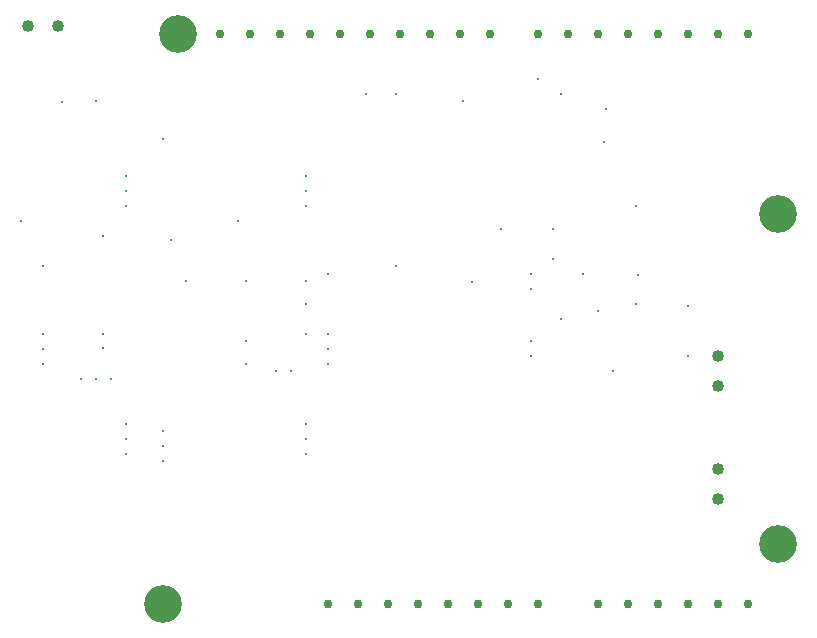
<source format=gbr>
%TF.GenerationSoftware,Altium Limited,Altium Designer,19.1.8 (144)*%
G04 Layer_Color=0*
%FSLAX26Y26*%
%MOIN*%
%TF.FileFunction,Plated,1,2,PTH,Drill*%
%TF.Part,Single*%
G01*
G75*
%TA.AperFunction,ComponentDrill*%
%ADD47C,0.040157*%
%ADD48C,0.040157*%
%ADD49C,0.030000*%
%TA.AperFunction,OtherDrill,Pad Free-0 (600mil,2000mil)*%
%ADD50C,0.125984*%
%TA.AperFunction,OtherDrill,Pad Free-0 (550mil,100mil)*%
%ADD51C,0.125984*%
%TA.AperFunction,OtherDrill,Pad Free-0 (2600mil,1400mil)*%
%ADD52C,0.125984*%
%TA.AperFunction,OtherDrill,Pad Free-0 (2600mil,300mil)*%
%ADD53C,0.125984*%
%TA.AperFunction,ViaDrill,NotFilled*%
%ADD54C,0.010000*%
D47*
X100000Y2025000D02*
D03*
X200000D02*
D03*
D48*
X2400000Y825000D02*
D03*
Y925000D02*
D03*
Y450000D02*
D03*
Y550000D02*
D03*
D49*
X1600000Y100000D02*
D03*
X1700000D02*
D03*
X1100000D02*
D03*
X1200000D02*
D03*
X1300000D02*
D03*
X1400000D02*
D03*
X1500000D02*
D03*
X1800000D02*
D03*
X2300000Y2000000D02*
D03*
X2400000D02*
D03*
X1800000D02*
D03*
X1900000D02*
D03*
X2000000D02*
D03*
X2100000D02*
D03*
X2200000D02*
D03*
X2500000D02*
D03*
X740000D02*
D03*
X840000D02*
D03*
X940000D02*
D03*
X1040000D02*
D03*
X1140000D02*
D03*
X1240000D02*
D03*
X1340000D02*
D03*
X1440000D02*
D03*
X1540000D02*
D03*
X1640000D02*
D03*
X2500000Y100000D02*
D03*
X2400000D02*
D03*
X2300000D02*
D03*
X2200000D02*
D03*
X2100000D02*
D03*
X2000000D02*
D03*
D50*
X600000Y2000000D02*
D03*
D51*
X550000Y100000D02*
D03*
D52*
X2600000Y1400000D02*
D03*
D53*
Y300000D02*
D03*
D54*
X975000Y875000D02*
D03*
X1100000Y900000D02*
D03*
Y950000D02*
D03*
Y1000000D02*
D03*
X925000Y875000D02*
D03*
X375000Y850000D02*
D03*
X325000D02*
D03*
X275000D02*
D03*
X150000Y1000000D02*
D03*
Y900000D02*
D03*
Y950000D02*
D03*
X2125000Y1100000D02*
D03*
X2300000Y1092913D02*
D03*
Y925000D02*
D03*
X2000000Y1075000D02*
D03*
X2049497Y875000D02*
D03*
X1025000Y1100000D02*
D03*
Y1175000D02*
D03*
Y1000000D02*
D03*
Y1525000D02*
D03*
Y1475000D02*
D03*
Y1425000D02*
D03*
Y600000D02*
D03*
Y650000D02*
D03*
Y700000D02*
D03*
X550000Y575000D02*
D03*
Y625000D02*
D03*
Y675000D02*
D03*
Y1650000D02*
D03*
X425000Y600000D02*
D03*
Y650000D02*
D03*
Y700000D02*
D03*
Y1425000D02*
D03*
Y1475000D02*
D03*
Y1525000D02*
D03*
X1325000Y1225000D02*
D03*
X575000Y1313284D02*
D03*
X75000Y1375000D02*
D03*
X1675000Y1350000D02*
D03*
X1875000Y1050000D02*
D03*
X1775000Y1150000D02*
D03*
Y1200000D02*
D03*
X800000Y1375000D02*
D03*
X1225000Y1800000D02*
D03*
X1325000D02*
D03*
X2125000Y1425000D02*
D03*
X350000Y1325000D02*
D03*
X1550000Y1775000D02*
D03*
X1850000Y1350000D02*
D03*
Y1250000D02*
D03*
X1775000Y925000D02*
D03*
Y975000D02*
D03*
X825000Y900000D02*
D03*
Y975000D02*
D03*
X2025000Y1750000D02*
D03*
X1800000Y1850000D02*
D03*
X350000Y953543D02*
D03*
Y1000000D02*
D03*
X825000Y1175000D02*
D03*
X625000D02*
D03*
X2132087Y1197916D02*
D03*
X1950000Y1198032D02*
D03*
X1578543Y1171457D02*
D03*
X1100000Y1200000D02*
D03*
X212599Y1774016D02*
D03*
X325000Y1775000D02*
D03*
X1875000Y1800000D02*
D03*
X2017913Y1639583D02*
D03*
X150000Y1225000D02*
D03*
%TF.MD5,61eccb104703cf16f03f5eb6c577ae5c*%
M02*

</source>
